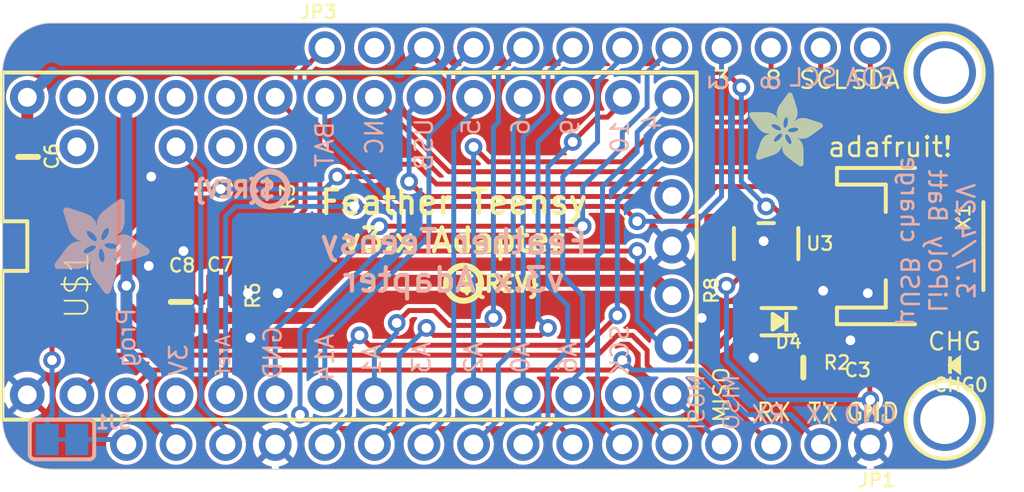
<source format=kicad_pcb>
(kicad_pcb (version 20221018) (generator pcbnew)
  (layers (0 "F.Cu" signal) (31 "B.Cu" signal) (34 "B.Paste" user) (35 "F.Paste" user) (36 "B.SilkS" user "B.Silkscreen") (37 "F.SilkS" user "F.Silkscreen") (38 "B.Mask" user) (39 "F.Mask" user) (44 "Edge.Cuts" user))
  (net 0 "")
  (net 1 "GND")
  (net 2 "MOSI")
  (net 3 "MISO")
  (net 4 "SCK")
  (net 5 "A6")
  (net 6 "A3")
  (net 7 "A2")
  (net 8 "A1")
  (net 9 "5")
  (net 10 "10")
  (net 11 "6")
  (net 12 "TX")
  (net 13 "RX")
  (net 14 "+3V3")
  (net 15 "VBUS")
  (net 16 "VBAT")
  (net 17 "AREF")
  (net 18 "A0")
  (net 19 "9")
  (net 20 "SCL")
  (net 21 "N$1")
  (net 22 "N$3")
  (net 23 "N$4")
  (net 24 "AGND")
  (net 25 "7")
  (net 26 "8")
  (net 27 "SDA")
  (net 28 "A14")
  (net 29 "2")
  (net 30 "3")
  (net 31 "4")
  (net 32 "A7")
  (net 33 "VUSB")
  (net 34 "RST/BOOT")
  (net 35 "BOOT")
  (footprint "working:FIDUCIAL_1MM" (layer "F.Cu") (at 125.1966 94.9706 -90)
    (fp_text reference "U$34" hide)
    (fp_text value "FIDUCIAL\"\"" hide)
  )
  (footprint "working:TEENSY3-ALL_PINS" (layer "F.Cu") (at 140.8811 105.0036 90)
    (fp_text reference "U$1")
    (fp_text value "TEENSY_3.1_ALL_PINS")
  )
  (footprint "working:ADAFRUIT_3.5MM" (layer "F.Cu") (at 161.3281 100.9396)
    (fp_text reference "U$7" hide)
    (fp_text value "" hide)
  )
  (footprint "working:0805-NO" (layer "F.Cu") (at 132.2301 107.8646 90)
    (fp_text reference "C8")
    (fp_text value "10µF")
  )
  (footprint "working:FIDUCIAL_1MM" (layer "F.Cu") (at 171.9163 106.1396 -90)
    (fp_text reference "U$35" hide)
    (fp_text value "FIDUCIAL\"\"" hide)
  )
  (footprint "working:0603-NO" (layer "F.Cu") (at 168.3766 111.0996 180)
    (fp_text reference "R2")
    (fp_text value "1K")
  )
  (footprint "working:0603-NO" (layer "F.Cu") (at 159.5501 104.7496 -90)
    (fp_text reference "R8")
    (fp_text value "2.2K")
  )
  (footprint "working:0805-NO" (layer "F.Cu") (at 124.4111 100.4366 -90)
    (fp_text reference "C6")
    (fp_text value "10µF")
  )
  (footprint "working:JSTPH2" (layer "F.Cu") (at 170.3451 105.0036 -90)
    (fp_text reference "X1")
    (fp_text value "JSTPH")
  )
  (footprint "working:SOT23-5" (layer "F.Cu") (at 162.2171 104.8766)
    (fp_text reference "U3")
    (fp_text value "MCP73831T-2ACI/OT")
  )
  (footprint "working:CHIPLED_0805_NOOUTLINE" (layer "F.Cu") (at 171.8691 111.0996 90)
    (fp_text reference "CHG0")
    (fp_text value "ORANGE")
  )
  (footprint "working:1X12_ROUND" (layer "F.Cu") (at 153.5811 94.8436)
    (fp_text reference "JP3")
    (fp_text value "")
  )
  (footprint "working:PCBFEAT-REV-040" (layer "F.Cu") (at 146.7231 106.9086)
    (fp_text reference "U$5" hide)
    (fp_text value "" hide)
  )
  (footprint "working:0603-NO" (layer "F.Cu") (at 134.0401 107.8736 90)
    (fp_text reference "C7")
    (fp_text value "1uF")
  )
  (footprint "working:MOUNTINGHOLE_2.5_PLATED" (layer "F.Cu") (at 171.3611 113.8936 -90)
    (fp_text reference "U$32" hide)
    (fp_text value "MOUNTINGHOLE2.5" hide)
  )
  (footprint "working:0603-NO" (layer "F.Cu") (at 136.0551 105.0036 -90)
    (fp_text reference "R6")
    (fp_text value "100K")
  )
  (footprint "working:0805-NO" (layer "F.Cu") (at 164.1221 111.2266)
    (fp_text reference "C3")
    (fp_text value "10µF")
  )
  (footprint "working:0603-NO" (layer "F.Cu") (at 137.5791 105.0036 90)
    (fp_text reference "R3")
    (fp_text value "100k")
  )
  (footprint "working:1X16_ROUND" (layer "F.Cu") (at 148.5011 115.1636 180)
    (fp_text reference "JP1")
    (fp_text value "")
  )
  (footprint "working:MOUNTINGHOLE_2.5_PLATED" (layer "F.Cu") (at 171.3611 96.1136 -90)
    (fp_text reference "U$31" hide)
    (fp_text value "MOUNTINGHOLE2.5" hide)
  )
  (footprint "working:SOD-123" (layer "F.Cu") (at 162.8521 108.8771 180)
    (fp_text reference "D4")
    (fp_text value "MBR120")
  )
  (footprint "working:PCBFEAT-REV-040" (layer "B.Cu") (at 136.8171 102.0826 180)
    (fp_text reference "U$6" hide)
    (fp_text value "" hide)
  )
  (footprint "working:ADAFRUIT_5MM" (layer "B.Cu") (at 125.7681 102.5906)
    (fp_text reference "U$4" hide)
    (fp_text value "" hide)
  )
  (footprint "working:SOLDERJUMPER_CLOSEDWIRE" (layer "B.Cu") (at 126.1491 114.9096 180)
    (fp_text reference "SJ1")
    (fp_text value "")
  )
  (gr_line (start 173.9011 113.8936) (end 173.9011 96.1136) (stroke (width 0.05)) (layer "Edge.Cuts"))
  (gr_arc (start 173.9011 113.8936) (mid 173.157151 115.689651) (end 171.3611 116.4336) (stroke (width 0.05)) (layer "Edge.Cuts"))
  (gr_line (start 171.3611 93.5736) (end 125.6411 93.5736) (stroke (width 0.05)) (layer "Edge.Cuts"))
  (gr_line (start 125.6411 116.4336) (end 171.3611 116.4336) (stroke (width 0.05)) (layer "Edge.Cuts"))
  (gr_arc (start 123.1011 96.1136) (mid 123.845049 94.317549) (end 125.6411 93.5736) (stroke (width 0.05)) (layer "Edge.Cuts"))
  (gr_line (start 123.1011 96.1136) (end 123.1011 113.8936) (stroke (width 0.05)) (layer "Edge.Cuts"))
  (gr_arc (start 125.6411 116.4336) (mid 123.845049 115.689651) (end 123.1011 113.8936) (stroke (width 0.05)) (layer "Edge.Cuts"))
  (gr_arc (start 171.3611 93.5736) (mid 173.157151 94.317549) (end 173.9011 96.1136) (stroke (width 0.05)) (layer "Edge.Cuts"))
  (gr_text "GND" (at 167.5511 113.6396) (layer "B.SilkS") (effects (font (size 0.89408 0.89408) (thickness 0.12192)) (justify mirror)))
  (gr_text "A3" (at 144.5641 110.7186 -270) (layer "B.SilkS") (effects (font (size 0.89408 0.89408) (thickness 0.12192)) (justify mirror)))
  (gr_text "A6" (at 152.0571 110.7186 -270) (layer "B.SilkS") (effects (font (size 0.89408 0.89408) (thickness 0.12192)) (justify mirror)))
  (gr_text "9" (at 152.1841 98.9076 -270) (layer "B.SilkS") (effects (font (size 0.89408 0.89408) (thickness 0.12192)) (justify mirror)))
  (gr_text "BAT" (at 139.6111 99.7966 -270) (layer "B.SilkS") (effects (font (size 0.89408 0.89408) (thickness 0.12192)) (justify mirror)))
  (gr_text "A14" (at 139.6111 110.7186 -270) (layer "B.SilkS") (effects (font (size 0.89408 0.89408) (thickness 0.12192)) (justify mirror)))
  (gr_text "RX" (at 162.3441 113.6396) (layer "B.SilkS") (effects (font (size 0.89408 0.89408) (thickness 0.12192)) (justify mirror)))
  (gr_text "USB" (at 144.6911 99.7966 -270) (layer "B.SilkS") (effects (font (size 0.89408 0.89408) (thickness 0.12192)) (justify mirror)))
  (gr_text "3" (at 159.8041 96.6216 -270) (layer "B.SilkS") (effects (font (size 0.89408 0.89408) (thickness 0.12192)) (justify mirror)))
  (gr_text "10" (at 154.7241 99.4156 -270) (layer "B.SilkS") (effects (font (size 0.89408 0.89408) (thickness 0.12192)) (justify mirror)))
  (gr_text "Aref" (at 134.4041 110.5916 -270) (layer "B.SilkS") (effects (font (size 0.715264 0.715264) (thickness 0.097536)) (justify mirror)))
  (gr_text "SDA" (at 167.5511 96.3676) (layer "B.SilkS") (effects (font (size 0.89408 0.89408) (thickness 0.12192)) (justify mirror)))
  (gr_text "SCK" (at 154.7241 110.3376 -270) (layer "B.SilkS") (effects (font (size 0.89408 0.89408) (thickness 0.12192)) (justify mirror)))
  (gr_text "A0" (at 149.6441 110.7186 -270) (layer "B.SilkS") (effects (font (size 0.89408 0.89408) (thickness 0.12192)) (justify mirror)))
  (gr_text "Prog" (at 129.4511 109.7026 -270) (layer "B.SilkS") (effects (font (size 0.89408 0.89408) (thickness 0.12192)) (justify mirror)))
  (gr_text "SCL" (at 164.6301 96.3676) (layer "B.SilkS") (effects (font (size 0.89408 0.89408) (thickness 0.12192)) (justify mirror)))
  (gr_text "Feather Teensy\nv3.x Adapter" (at 146.2151 105.7656) (layer "B.SilkS") (effects (font (size 1.20904 1.20904) (thickness 0.21336)) (justify mirror)))
  (gr_text "4" (at 156.3751 98.6536 -270) (layer "B.SilkS") (effects (font (size 0.89408 0.89408) (thickness 0.12192)) (justify mirror)))
  (gr_text "NC" (at 142.1511 99.4156 -270) (layer "B.SilkS") (effects (font (size 0.89408 0.89408) (thickness 0.12192)) (justify mirror)))
  (gr_text "3.7/4.2V\nLiPoly Batt\nµUSB charge" (at 170.9801 104.7496 -90) (layer "B.SilkS") (effects (font (size 0.88392 0.88392) (thickness 0.13208)) (justify mirror)))
  (gr_text "TX" (at 165.0111 113.6396) (layer "B.SilkS") (effects (font (size 0.89408 0.89408) (thickness 0.12192)) (justify mirror)))
  (gr_text "8" (at 162.4711 96.6216 -270) (layer "B.SilkS") (effects (font (size 0.89408 0.89408) (thickness 0.12192)) (justify mirror)))
  (gr_text "5" (at 147.1041 98.9076 -270) (layer "B.SilkS") (effects (font (size 0.89408 0.89408) (thickness 0.12192)) (justify mirror)))
  (gr_text "A1" (at 142.0241 110.8456 -270) (layer "B.SilkS") (effects (font (size 0.89408 0.89408) (thickness 0.12192)) (justify mirror)))
  (gr_text "MOSI" (at 158.6611 113.0046 -270) (layer "B.SilkS") (effects (font (size 0.78232 0.78232) (thickness 0.10668)) (justify mirror)))
  (gr_text "GND" (at 136.9441 110.4646 -270) (layer "B.SilkS") (effects (font (size 0.89408 0.89408) (thickness 0.12192)) (justify mirror)))
  (gr_text "MISO" (at 160.4391 113.0046 -270) (layer "B.SilkS") (effects (font (size 0.78232 0.78232) (thickness 0.10668)) (justify mirror)))
  (gr_text "3V" (at 132.1181 110.8456 -270) (layer "B.SilkS") (effects (font (size 0.89408 0.89408) (thickness 0.12192)) (justify mirror)))
  (gr_text "6" (at 149.6441 98.9076 -270) (layer "B.SilkS") (effects (font (size 0.89408 0.89408) (thickness 0.12192)) (justify mirror)))
  (gr_text "A2" (at 147.2311 110.7186 -270) (layer "B.SilkS") (effects (font (size 0.89408 0.89408) (thickness 0.12192)) (justify mirror)))
  (gr_text "RX" (at 162.5981 113.5126) (layer "F.SilkS") (effects (font (size 0.89408 0.89408) (thickness 0.12192))))
  (gr_text "SDA" (at 167.8051 96.4946) (layer "F.SilkS") (effects (font (size 0.89408 0.89408) (thickness 0.12192))))
  (gr_text "CHG" (at 171.8691 109.8931) (layer "F.SilkS") (effects (font (size 0.89408 0.89408) (thickness 0.12192))))
  (gr_text "8" (at 162.5981 96.4946) (layer "F.SilkS") (effects (font (size 0.89408 0.89408) (thickness 0.12192))))
  (gr_text "TX" (at 165.1381 113.5126) (layer "F.SilkS") (effects (font (size 0.89408 0.89408) (thickness 0.12192))))
  (gr_text "adafruit!" (at 168.5671 99.9236) (layer "F.SilkS") (effects (font (size 1.00584 1.00584) (thickness 0.13716))))
  (gr_text "MISO" (at 159.9311 112.6236 90) (layer "F.SilkS") (effects (font (size 0.78232 0.78232) (thickness 0.10668))))
  (gr_text "SCL" (at 165.1381 96.4946) (layer "F.SilkS") (effects (font (size 0.89408 0.89408) (thickness 0.12192))))
  (gr_text "GND" (at 167.6781 113.5126) (layer "F.SilkS") (effects (font (size 0.89408 0.89408) (thickness 0.12192))))
  (gr_text "3" (at 159.9311 96.4946) (layer "F.SilkS") (effects (font (size 0.89408 0.89408) (thickness 0.12192))))
  (gr_text "Feather Teensy\nv3.x Adapter" (at 146.2151 103.7336) (layer "F.SilkS") (effects (font (size 1.20904 1.20904) (thickness 0.21336))))
  (via (at 137.1981 107.4166) (size 0.9064) (drill 0.5) (layers "F.Cu" "B.Cu") (net 1))
  (via (at 161.5821 110.7186) (size 0.9064) (drill 0.5) (layers "F.Cu" "B.Cu") (net 1))
  (via (at 132.3721 105.2576) (size 0.9064) (drill 0.5) (layers "F.Cu" "B.Cu") (net 1))
  (via (at 130.5941 106.0196) (size 0.9064) (drill 0.5) (layers "F.Cu" "B.Cu") (net 1))
  (via (at 130.7211 101.4476) (size 0.9064) (drill 0.5) (layers "F.Cu" "B.Cu") (net 1))
  (via (at 135.8011 109.7026) (size 0.9064) (drill 0.5) (layers "F.Cu" "B.Cu") (net 1))
  (via (at 135.6741 107.4166) (size 0.9064) (drill 0.5) (layers "F.Cu" "B.Cu") (net 1))
  (via (at 166.5351 109.8296) (size 0.9064) (drill 0.5) (layers "F.Cu" "B.Cu") (net 1))
  (via (at 167.4241 107.4166) (size 0.9064) (drill 0.5) (layers "F.Cu" "B.Cu") (net 1))
  (via (at 162.0901 104.7496) (size 0.9064) (drill 0.5) (layers "F.Cu" "B.Cu") (net 1))
  (via (at 158.9151 108.6866) (size 0.9064) (drill 0.5) (layers "F.Cu" "B.Cu") (net 1))
  (via (at 165.1381 107.2896) (size 0.9064) (drill 0.5) (layers "F.Cu" "B.Cu") (net 1))
  (segment (start 154.8511 112.6236) (end 157.3911 115.1636) (width 0.254) (layer "B.Cu") (net 2))
  (segment (start 157.3911 112.6236) (end 159.9311 115.1636) (width 0.254) (layer "B.Cu") (net 3))
  (segment (start 153.8351 105.2576) (end 153.8351 101.9556) (width 0.254) (layer "B.Cu") (net 4))
  (segment (start 153.5811 113.8936) (end 153.5811 105.5116) (width 0.254) (layer "B.Cu") (net 4))
  (segment (start 155.6131 99.1616) (end 157.3911 97.3836) (width 0.254) (layer "B.Cu") (net 4))
  (segment (start 153.5811 105.5116) (end 153.8351 105.2576) (width 0.254) (layer "B.Cu") (net 4))
  (segment (start 153.8351 101.9556) (end 155.6131 100.1776) (width 0.254) (layer "B.Cu") (net 4))
  (segment (start 155.6131 100.1776) (end 155.6131 99.1616) (width 0.254) (layer "B.Cu") (net 4))
  (segment (start 154.8511 115.1636) (end 153.5811 113.8936) (width 0.254) (layer "B.Cu") (net 4))
  (segment (start 152.3111 114.9096) (end 151.2951 113.8936) (width 0.254) (layer "F.Cu") (net 5))
  (segment (start 152.3111 115.1636) (end 152.3111 114.9096) (width 0.254) (layer "F.Cu") (net 5))
  (segment (start 151.2951 113.8936) (end 138.5951 113.8936) (width 0.254) (layer "F.Cu") (net 5))
  (segment (start 138.5951 113.8936) (end 138.3411 113.6396) (width 0.254) (layer "F.Cu") (net 5))
  (via (at 138.3411 113.6396) (size 0.9064) (drill 0.5) (layers "F.Cu" "B.Cu") (net 5))
  (segment (start 139.6111 99.4156) (end 139.6111 97.3836) (width 0.254) (layer "B.Cu") (net 5))
  (segment (start 143.4211 103.2256) (end 139.6111 99.4156) (width 0.254) (layer "B.Cu") (net 5))
  (segment (start 138.3411 113.6396) (end 138.3411 109.3216) (width 0.254) (layer "B.Cu") (net 5))
  (segment (start 138.3411 109.3216) (end 143.4211 104.2416) (width 0.254) (layer "B.Cu") (net 5))
  (segment (start 143.4211 104.2416) (end 143.4211 103.2256) (width 0.254) (layer "B.Cu") (net 5))
  (segment (start 146.2151 111.3536) (end 145.9611 111.6076) (width 0.254) (layer "B.Cu") (net 6))
  (segment (start 145.9611 113.6396) (end 144.6911 114.9096) (width 0.254) (layer "B.Cu") (net 6))
  (segment (start 145.9611 111.6076) (end 145.9611 113.6396) (width 0.254) (layer "B.Cu") (net 6))
  (segment (start 144.6911 114.9096) (end 144.6911 115.1636) (width 0.254) (layer "B.Cu") (net 6))
  (segment (start 146.2151 99.1616) (end 146.2151 111.3536) (width 0.254) (layer "B.Cu") (net 6))
  (segment (start 147.2311 98.1456) (end 146.2151 99.1616) (width 0.254) (layer "B.Cu") (net 6))
  (segment (start 147.2311 97.3836) (end 147.2311 98.1456) (width 0.254) (layer "B.Cu") (net 6))
  (segment (start 149.2631 98.9076) (end 149.2631 110.3376) (width 0.254) (layer "B.Cu") (net 7))
  (segment (start 149.7711 98.3996) (end 149.2631 98.9076) (width 0.254) (layer "B.Cu") (net 7))
  (segment (start 149.7711 97.3836) (end 149.7711 98.3996) (width 0.254) (layer "B.Cu") (net 7))
  (segment (start 148.5011 113.8936) (end 147.2311 115.1636) (width 0.254) (layer "B.Cu") (net 7))
  (segment (start 148.5011 111.0996) (end 148.5011 113.8936) (width 0.254) (layer "B.Cu") (net 7))
  (segment (start 149.2631 110.3376) (end 148.5011 111.0996) (width 0.254) (layer "B.Cu") (net 7))
  (segment (start 151.0411 109.1946) (end 150.6601 109.5756) (width 0.254) (layer "F.Cu") (net 8))
  (segment (start 150.6601 109.5756) (end 145.1991 109.5756) (width 0.254) (layer "F.Cu") (net 8))
  (segment (start 145.1991 109.5756) (end 144.8181 109.1946) (width 0.254) (layer "F.Cu") (net 8))
  (via (at 144.8181 109.1946) (size 0.9064) (drill 0.5) (layers "F.Cu" "B.Cu") (net 8))
  (via (at 151.0411 109.1946) (size 0.9064) (drill 0.5) (layers "F.Cu" "B.Cu") (net 8))
  (segment (start 150.5331 108.6866) (end 151.0411 109.1946) (width 0.254) (layer "B.Cu") (net 8))
  (segment (start 152.3111 97.3836) (end 152.3111 97.8916) (width 0.254) (layer "B.Cu") (net 8))
  (segment (start 152.3111 97.8916) (end 150.5331 99.6696) (width 0.254) (layer "B.Cu") (net 8))
  (segment (start 144.8181 109.1946) (end 143.4211 110.5916) (width 0.254) (layer "B.Cu") (net 8))
  (segment (start 150.5331 99.6696) (end 150.5331 108.6866) (width 0.254) (layer "B.Cu") (net 8))
  (segment (start 143.4211 113.8936) (end 142.1511 115.1636) (width 0.254) (layer "B.Cu") (net 8))
  (segment (start 143.4211 110.5916) (end 143.4211 113.8936) (width 0.254) (layer "B.Cu") (net 8))
  (segment (start 145.9611 96.1136) (end 145.9611 98.2726) (width 0.254) (layer "B.Cu") (net 9))
  (segment (start 144.9451 99.2886) (end 144.9451 104.4956) (width 0.254) (layer "B.Cu") (net 9))
  (segment (start 139.6111 109.8296) (end 139.6111 112.6236) (width 0.254) (layer "B.Cu") (net 9))
  (segment (start 144.9451 104.4956) (end 139.6111 109.8296) (width 0.254) (layer "B.Cu") (net 9))
  (segment (start 147.2311 94.8436) (end 145.9611 96.1136) (width 0.254) (layer "B.Cu") (net 9))
  (segment (start 145.9611 98.2726) (end 144.9451 99.2886) (width 0.254) (layer "B.Cu") (net 9))
  (segment (start 153.5811 96.6216) (end 154.8511 95.3516) (width 0.254) (layer "B.Cu") (net 10))
  (segment (start 154.8511 95.3516) (end 154.8511 94.8436) (width 0.254) (layer "B.Cu") (net 10))
  (segment (start 151.8031 101.4476) (end 153.5811 99.6696) (width 0.254) (layer "B.Cu") (net 10))
  (segment (start 152.3111 111.8616) (end 152.8191 111.3536) (width 0.254) (layer "B.Cu") (net 10))
  (segment (start 152.8191 107.5436) (end 151.8031 106.5276) (width 0.254) (layer "B.Cu") (net 10))
  (segment (start 153.5811 99.6696) (end 153.5811 96.6216) (width 0.254) (layer "B.Cu") (net 10))
  (segment (start 151.8031 106.5276) (end 151.8031 101.4476) (width 0.254) (layer "B.Cu") (net 10))
  (segment (start 152.3111 112.6236) (end 152.3111 111.8616) (width 0.254) (layer "B.Cu") (net 10))
  (segment (start 152.8191 111.3536) (end 152.8191 107.5436) (width 0.254) (layer "B.Cu") (net 10))
  (segment (start 148.2471 108.8136) (end 148.2471 108.6866) (width 0.254) (layer "F.Cu") (net 11))
  (segment (start 143.2941 108.9406) (end 143.9291 108.3056) (width 0.254) (layer "F.Cu") (net 11))
  (segment (start 143.9291 108.3056) (end 145.1991 108.3056) (width 0.254) (layer "F.Cu") (net 11))
  (segment (start 147.9931 109.0676) (end 148.2471 108.8136) (width 0.254) (layer "F.Cu") (net 11))
  (segment (start 145.1991 108.3056) (end 145.9611 109.0676) (width 0.254) (layer "F.Cu") (net 11))
  (segment (start 145.9611 109.0676) (end 147.9931 109.0676) (width 0.254) (layer "F.Cu") (net 11))
  (via (at 148.2471 108.6866) (size 0.9064) (drill 0.5) (layers "F.Cu" "B.Cu") (net 11))
  (via (at 143.2941 108.9406) (size 0.9064) (drill 0.5) (layers "F.Cu" "B.Cu") (net 11))
  (segment (start 142.1511 112.6236) (end 142.1511 110.5916) (width 0.254) (layer "B.Cu") (net 11))
  (segment (start 143.2941 109.4486) (end 143.2941 108.9406) (width 0.254) (layer "B.Cu") (net 11))
  (segment (start 142.1511 110.5916) (end 143.2941 109.4486) (width 0.254) (layer "B.Cu") (net 11))
  (segment (start 148.5011 98.6536) (end 148.5011 96.1136) (width 0.254) (layer "B.Cu") (net 11))
  (segment (start 148.2471 98.9076) (end 148.5011 98.6536) (width 0.254) (layer "B.Cu") (net 11))
  (segment (start 148.2471 108.6866) (end 148.2471 98.9076) (width 0.254) (layer "B.Cu") (net 11))
  (segment (start 148.5011 96.1136) (end 149.7711 94.8436) (width 0.254) (layer "B.Cu") (net 11))
  (segment (start 130.7211 111.3536) (end 154.3431 111.3536) (width 0.254) (layer "F.Cu") (net 12))
  (segment (start 154.3431 111.3536) (end 154.8511 110.8456) (width 0.254) (layer "F.Cu") (net 12))
  (segment (start 129.4511 112.6236) (end 130.7211 111.3536) (width 0.254) (layer "F.Cu") (net 12))
  (via (at 154.8511 110.8456) (size 0.9064) (drill 0.5) (layers "F.Cu" "B.Cu") (net 12))
  (segment (start 163.4871 113.6396) (end 165.0111 115.1636) (width 0.254) (layer "B.Cu") (net 12))
  (segment (start 155.3591 111.3536) (end 158.9151 111.3536) (width 0.254) (layer "B.Cu") (net 12))
  (segment (start 161.2011 113.6396) (end 163.4871 113.6396) (width 0.254) (layer "B.Cu") (net 12))
  (segment (start 158.9151 111.3536) (end 161.2011 113.6396) (width 0.254) (layer "B.Cu") (net 12))
  (segment (start 154.8511 110.8456) (end 155.3591 111.3536) (width 0.254) (layer "B.Cu") (net 12))
  (segment (start 156.1211 110.3376) (end 155.3591 109.5756) (width 0.254) (layer "F.Cu") (net 13))
  (segment (start 158.6611 111.3536) (end 162.4711 115.1636) (width 0.254) (layer "F.Cu") (net 13))
  (segment (start 158.6611 111.3536) (end 156.3751 111.3536) (width 0.254) (layer "F.Cu") (net 13))
  (segment (start 153.5811 110.5916) (end 128.9431 110.5916) (width 0.254) (layer "F.Cu") (net 13))
  (segment (start 156.3751 111.3536) (end 156.1211 111.0996) (width 0.254) (layer "F.Cu") (net 13))
  (segment (start 154.5971 109.5756) (end 153.5811 110.5916) (width 0.254) (layer "F.Cu") (net 13))
  (segment (start 126.9111 112.6236) (end 128.9431 110.5916) (width 0.254) (layer "F.Cu") (net 13))
  (segment (start 156.1211 111.0996) (end 156.1211 110.3376) (width 0.254) (layer "F.Cu") (net 13))
  (segment (start 155.3591 109.5756) (end 154.5971 109.5756) (width 0.254) (layer "F.Cu") (net 13))
  (segment (start 132.2301 108.7236) (end 132.2301 108.8146) (width 0.6096) (layer "F.Cu") (net 14))
  (segment (start 132.2301 108.6866) (end 132.2301 108.8146) (width 0.6096) (layer "F.Cu") (net 14))
  (segment (start 141.1351 106.7816) (end 139.2301 108.6866) (width 0.6096) (layer "F.Cu") (net 14))
  (segment (start 129.4511 108.0516) (end 129.4511 107.0356) (width 0.6096) (layer "F.Cu") (net 14))
  (segment (start 134.0401 108.6866) (end 134.0401 108.7236) (width 0.6096) (layer "F.Cu") (net 14))
  (segment (start 129.3391 97.4956) (end 129.4511 97.3836) (width 0.6096) (layer "F.Cu") (net 14))
  (segment (start 130.0861 108.6866) (end 129.4511 108.0516) (width 0.6096) (layer "F.Cu") (net 14))
  (segment (start 139.2301 108.6866) (end 134.0401 108.6866) (width 0.6096) (layer "F.Cu") (net 14))
  (segment (start 157.3911 107.5436) (end 156.6291 106.7816) (width 0.6096) (layer "F.Cu") (net 14))
  (segment (start 132.2301 108.7236) (end 134.0401 108.7236) (width 0.6096) (layer "F.Cu") (net 14))
  (segment (start 132.2301 108.6866) (end 130.0861 108.6866) (width 0.6096) (layer "F.Cu") (net 14))
  (segment (start 156.6291 106.7816) (end 141.1351 106.7816) (width 0.6096) (layer "F.Cu") (net 14))
  (via (at 129.4511 107.0356) (size 0.9064) (drill 0.5) (layers "F.Cu" "B.Cu") (net 14))
  (segment (start 129.4511 97.3836) (end 129.4511 107.0356) (width 0.6096) (layer "B.Cu") (net 14))
  (segment (start 130.7211 111.6076) (end 130.7211 113.6396) (width 0.254) (layer "B.Cu") (net 14))
  (segment (start 130.7211 113.6396) (end 131.9911 114.9096) (width 0.6096) (layer "B.Cu") (net 14))
  (segment (start 129.4511 110.3376) (end 130.7211 111.6076) (width 0.6096) (layer "B.Cu") (net 14))
  (segment (start 129.4511 107.0356) (end 129.4511 110.3376) (width 0.6096) (layer "B.Cu") (net 14))
  (segment (start 131.9911 114.9096) (end 131.9911 115.1636) (width 0.6096) (layer "B.Cu") (net 14))
  (segment (start 144.6911 94.8436) (end 145.9611 96.1136) (width 0.254) (layer "F.Cu") (net 15))
  (segment (start 169.0751 102.7176) (end 164.026 102.7176) (width 0.254) (layer "F.Cu") (net 15))
  (segment (start 145.9611 96.1136) (end 160.1851 96.1136) (width 0.254) (layer "F.Cu") (net 15))
  (segment (start 172.9191 110.1176) (end 172.6311 109.8296) (width 0.254) (layer "F.Cu") (net 15))
  (segment (start 124.3711 97.3836) (end 124.3711 99.4466) (width 0.6096) (layer "F.Cu") (net 15))
  (segment (start 170.0911 106.5276) (end 170.0911 103.7336) (width 0.254) (layer "F.Cu") (net 15))
  (segment (start 162.5622 102.9716) (end 163.1671 103.5765) (width 0.254) (layer "F.Cu") (net 15))
  (segment (start 168.8211 109.8296) (end 168.8211 108.8136) (width 0.254) (layer "F.Cu") (net 15))
  (segment (start 164.026 102.7176) (end 163.1671 103.5765) (width 0.254) (layer "F.Cu") (net 15))
  (segment (start 172.6311 109.8296) (end 168.8211 109.8296) (width 0.254) (layer "F.Cu") (net 15))
  (segment (start 170.0911 103.7336) (end 169.0751 102.7176) (width 0.254) (layer "F.Cu") (net 15))
  (segment (start 164.7021 108.8771) (end 164.7656 108.8136) (width 0.254) (layer "F.Cu") (net 15))
  (segment (start 172.9191 111.0996) (end 172.9191 110.1176) (width 0.254) (layer "F.Cu") (net 15))
  (segment (start 168.8211 108.8136) (end 168.8211 107.7976) (width 0.254) (layer "F.Cu") (net 15))
  (segment (start 164.7656 108.8136) (end 168.8211 108.8136) (width 0.254) (layer "F.Cu") (net 15))
  (segment (start 162.2171 102.9716) (end 162.5622 102.9716) (width 0.254) (layer "F.Cu") (net 15))
  (segment (start 124.3711 99.4466) (end 124.4111 99.4866) (width 0.254) (layer "F.Cu") (net 15))
  (segment (start 168.8211 107.7976) (end 170.0911 106.5276) (width 0.254) (layer "F.Cu") (net 15))
  (segment (start 160.1851 96.1136) (end 160.9471 96.8756) (width 0.254) (layer "F.Cu") (net 15))
  (via (at 162.2171 102.9716) (size 0.9064) (drill 0.5) (layers "F.Cu" "B.Cu") (net 15))
  (via (at 160.9471 96.8756) (size 0.9064) (drill 0.5) (layers "F.Cu" "B.Cu") (net 15))
  (segment (start 143.4211 96.1136) (end 144.6911 94.8436) (width 0.6096) (layer "B.Cu") (net 15))
  (segment (start 160.9471 101.7016) (end 162.2171 102.9716) (width 0.254) (layer "B.Cu") (net 15))
  (segment (start 160.9471 96.8756) (end 160.9471 101.7016) (width 0.254) (layer "B.Cu") (net 15))
  (segment (start 124.3711 97.3836) (end 125.6411 96.1136) (width 0.6096) (layer "B.Cu") (net 15))
  (segment (start 125.6411 96.1136) (end 143.4211 96.1136) (width 0.3048) (layer "B.Cu") (net 15))
  (segment (start 138.3411 97.8916) (end 138.3411 96.1136) (width 0.254) (layer "F.Cu") (net 16))
  (segment (start 138.3411 96.1136) (end 139.6111 94.8436) (width 0.254) (layer "F.Cu") (net 16))
  (segment (start 137.5791 105.8536) (end 138.2531 105.8536) (width 0.254) (layer "F.Cu") (net 16))
  (segment (start 163.3402 106.0036) (end 163.1671 106.1767) (width 0.254) (layer "F.Cu") (net 16))
  (segment (start 166.6451 106.0036) (end 163.3402 106.0036) (width 0.254) (layer "F.Cu") (net 16))
  (segment (start 139.3571 104.7496) (end 139.3571 98.9076) (width 0.254) (layer "F.Cu") (net 16))
  (segment (start 157.3911 110.0836) (end 159.7956 110.0836) (width 0.4064) (layer "F.Cu") (net 16))
  (segment (start 161.0021 108.8771) (end 163.1721 108.8771) (width 0.4064) (layer "F.Cu") (net 16))
  (segment (start 163.1721 108.8771) (end 163.1721 111.2266) (width 0.4064) (layer "F.Cu") (net 16))
  (segment (start 163.1721 108.8771) (end 163.1721 106.1767) (width 0.4064) (layer "F.Cu") (net 16))
  (segment (start 163.1671 106.1767) (end 163.1721 106.1767) (width 0.4064) (layer "F.Cu") (net 16))
  (segment (start 138.2531 105.8536) (end 139.3571 104.7496) (width 0.254) (layer "F.Cu") (net 16))
  (segment (start 139.8651 105.2576) (end 155.6131 105.2576) (width 0.254) (layer "F.Cu") (net 16))
  (segment (start 139.3571 98.9076) (end 138.3411 97.8916) (width 0.254) (layer "F.Cu") (net 16))
  (segment (start 159.7956 110.0836) (end 161.0021 108.8771) (width 0.4064) (layer "F.Cu") (net 16))
  (segment (start 139.3571 104.7496) (end 139.8651 105.2576) (width 0.254) (layer "F.Cu") (net 16))
  (via (at 155.6131 105.2576) (size 0.9064) (drill 0.5) (layers "F.Cu" "B.Cu") (net 16))
  (segment (start 155.6131 108.8136) (end 156.8831 110.0836) (width 0.254) (layer "B.Cu") (net 16))
  (segment (start 155.6131 105.2576) (end 155.6131 108.8136) (width 0.254) (layer "B.Cu") (net 16))
  (segment (start 156.8831 110.0836) (end 157.3911 110.0836) (width 0.254) (layer "B.Cu") (net 16))
  (segment (start 133.2611 101.1936) (end 133.2611 113.1316) (width 0.254) (layer "B.Cu") (net 17))
  (segment (start 131.9911 99.9236) (end 133.2611 101.1936) (width 0.254) (layer "B.Cu") (net 17))
  (segment (start 133.2611 113.1316) (end 134.5311 114.4016) (width 0.254) (layer "B.Cu") (net 17))
  (segment (start 134.5311 114.4016) (end 134.5311 115.1636) (width 0.254) (layer "B.Cu") (net 17))
  (segment (start 153.5811 98.3996) (end 154.0891 98.3996) (width 0.254) (layer "F.Cu") (net 18))
  (segment (start 154.0891 98.3996) (end 154.8511 97.6376) (width 0.254) (layer "F.Cu") (net 18))
  (segment (start 154.8511 97.6376) (end 154.8511 97.3836) (width 0.254) (layer "F.Cu") (net 18))
  (segment (start 152.3111 99.6696) (end 153.5811 98.3996) (width 0.254) (layer "F.Cu") (net 18))
  (via (at 152.3111 99.6696) (size 0.9064) (drill 0.5) (layers "F.Cu" "B.Cu") (net 18))
  (segment (start 151.0411 111.3536) (end 152.0571 110.3376) (width 0.254) (layer "B.Cu") (net 18))
  (segment (start 151.0411 100.9396) (end 152.3111 99.6696) (width 0.254) (layer "B.Cu") (net 18))
  (segment (start 149.7711 115.1636) (end 151.0411 113.8936) (width 0.254) (layer "B.Cu") (net 18))
  (segment (start 152.0571 110.3376) (end 152.0571 108.0516) (width 0.254) (layer "B.Cu") (net 18))
  (segment (start 151.0411 113.8936) (end 151.0411 111.3536) (width 0.254) (layer "B.Cu") (net 18))
  (segment (start 151.0411 107.0356) (end 151.0411 100.9396) (width 0.254) (layer "B.Cu") (net 18))
  (segment (start 152.0571 108.0516) (end 151.0411 107.0356) (width 0.254) (layer "B.Cu") (net 18))
  (segment (start 151.0411 96.1136) (end 152.3111 94.8436) (width 0.254) (layer "B.Cu") (net 19))
  (segment (start 151.0411 98.1456) (end 151.0411 96.1136) (width 0.254) (layer "B.Cu") (net 19))
  (segment (start 149.7711 99.4156) (end 151.0411 98.1456) (width 0.254) (layer "B.Cu") (net 19))
  (segment (start 149.7711 112.6236) (end 149.7711 99.4156) (width 0.254) (layer "B.Cu") (net 19))
  (segment (start 165.0111 100.4316) (end 165.0111 94.8436) (width 0.254) (layer "F.Cu") (net 20))
  (segment (start 145.9611 101.1936) (end 164.2491 101.1936) (width 0.254) (layer "F.Cu") (net 20))
  (segment (start 164.2491 101.1936) (end 165.0111 100.4316) (width 0.254) (layer "F.Cu") (net 20))
  (segment (start 142.1511 97.3836) (end 145.9611 101.1936) (width 0.254) (layer "F.Cu") (net 20))
  (segment (start 169.2266 111.0996) (end 170.8191 111.0996) (width 0.254) (layer "F.Cu") (net 21))
  (segment (start 167.5266 112.8531) (end 167.5266 111.0996) (width 0.254) (layer "F.Cu") (net 22))
  (segment (start 167.5511 112.8776) (end 167.5266 112.8531) (width 0.254) (layer "F.Cu") (net 22))
  (segment (start 161.2671 106.1767) (end 160.4082 107.0356) (width 0.254) (layer "F.Cu") (net 22))
  (segment (start 160.4082 107.0356) (end 160.1851 107.0356) (width 0.254) (layer "F.Cu") (net 22))
  (via (at 167.5511 112.8776) (size 0.9064) (drill 0.5) (layers "F.Cu" "B.Cu") (net 22))
  (via (at 160.1851 107.0356) (size 0.9064) (drill 0.5) (layers "F.Cu" "B.Cu") (net 22))
  (segment (start 162.2171 112.8776) (end 167.5511 112.8776) (width 0.254) (layer "B.Cu") (net 22))
  (segment (start 160.1851 110.8456) (end 162.2171 112.8776) (width 0.254) (layer "B.Cu") (net 22))
  (segment (start 160.1851 107.0356) (end 160.1851 110.8456) (width 0.254) (layer "B.Cu") (net 22))
  (segment (start 159.5501 103.8996) (end 160.944 103.8996) (width 0.254) (layer "F.Cu") (net 23))
  (segment (start 160.944 103.8996) (end 161.2671 103.5765) (width 0.254) (layer "F.Cu") (net 23))
  (segment (start 147.9931 100.6856) (end 154.8511 100.6856) (width 0.254) (layer "F.Cu") (net 26))
  (segment (start 156.8831 98.6536) (end 161.2011 98.6536) (width 0.254) (layer "F.Cu") (net 26))
  (segment (start 162.4711 95.0976) (end 162.4711 94.8436) (width 0.254) (layer "F.Cu") (net 26))
  (segment (start 154.8511 100.6856) (end 156.8831 98.6536) (width 0.254) (layer "F.Cu") (net 26))
  (segment (start 147.2311 99.9236) (end 147.9931 100.6856) (width 0.254) (layer "F.Cu") (net 26))
  (segment (start 161.2011 98.6536) (end 162.4711 97.3836) (width 0.254) (layer "F.Cu") (net 26))
  (segment (start 162.4711 97.3836) (end 162.4711 94.8436) (width 0.254) (layer "F.Cu") (net 26))
  (via (at 147.2311 99.9236) (size 0.9064) (drill 0.5) (layers "F.Cu" "B.Cu") (net 26))
  (segment (start 147.2311 112.6236) (end 147.2311 99.9236) (width 0.254) (layer "B.Cu") (net 26))
  (segment (start 167.5511 94.8436) (end 167.5511 99.1616) (width 0.254) (layer "F.Cu") (net 27))
  (segment (start 157.8991 103.7336) (end 159.6771 101.9556) (width 0.254) (layer "F.Cu") (net 27))
  (segment (start 144.6911 102.4636) (end 143.9291 101.7016) (width 0.254) (layer "F.Cu") (net 27))
  (segment (start 156.8831 103.7336) (end 157.8991 103.7336) (width 0.254) (layer "F.Cu") (net 27))
  (segment (start 144.6911 102.4636) (end 155.6131 102.4636) (width 0.254) (layer "F.Cu") (net 27))
  (segment (start 164.7571 101.9556) (end 167.5511 99.1616) (width 0.254) (layer "F.Cu") (net 27))
  (segment (start 155.6131 102.4636) (end 156.8831 103.7336) (width 0.254) (layer "F.Cu") (net 27))
  (segment (start 159.6771 101.9556) (end 164.7571 101.9556) (width 0.254) (layer "F.Cu") (net 27))
  (via (at 143.9291 101.7016) (size 0.9064) (drill 0.5) (layers "F.Cu" "B.Cu") (net 27))
  (segment (start 143.9291 101.7016) (end 143.9291 98.1456) (width 0.254) (layer "B.Cu") (net 27))
  (segment (start 143.9291 98.1456) (end 144.6911 97.3836) (width 0.254) (layer "B.Cu") (net 27))
  (segment (start 141.8971 110.0836) (end 141.3891 109.5756) (width 0.254) (layer "F.Cu") (net 28))
  (segment (start 153.0731 110.0836) (end 141.8971 110.0836) (width 0.254) (layer "F.Cu") (net 28))
  (segment (start 154.5971 108.5596) (end 153.0731 110.0836) (width 0.254) (layer "F.Cu") (net 28))
  (via (at 154.5971 108.5596) (size 0.9064) (drill 0.5) (layers "F.Cu" "B.Cu") (net 28))
  (via (at 141.3891 109.5756) (size 0.9064) (drill 0.5) (layers "F.Cu" "B.Cu") (net 28))
  (segment (start 139.6111 114.9096) (end 139.6111 115.1636) (width 0.254) (layer "B.Cu") (net 28))
  (segment (start 157.3911 99.9236) (end 154.5971 102.7176) (width 0.254) (layer "B.Cu") (net 28))
  (segment (start 154.5971 102.7176) (end 154.5971 108.5596) (width 0.254) (layer "B.Cu") (net 28))
  (segment (start 141.3891 109.5756) (end 140.8811 110.0836) (width 0.254) (layer "B.Cu") (net 28))
  (segment (start 140.8811 110.0836) (end 140.8811 113.6396) (width 0.254) (layer "B.Cu") (net 28))
  (segment (start 140.8811 113.6396) (end 139.6111 114.9096) (width 0.254) (layer "B.Cu") (net 28))
  (segment (start 154.8511 102.9716) (end 141.1351 102.9716) (width 0.254) (layer "F.Cu") (net 30))
  (segment (start 155.6131 103.7336) (end 154.8511 102.9716) (width 0.254) (layer "F.Cu") (net 30))
  (via (at 155.6131 103.7336) (size 0.9064) (drill 0.5) (layers "F.Cu" "B.Cu") (net 30))
  (via (at 141.1351 102.9716) (size 0.9064) (drill 0.5) (layers "F.Cu" "B.Cu") (net 30))
  (segment (start 134.5311 103.4796) (end 135.0391 102.9716) (width 0.254) (layer "B.Cu") (net 30))
  (segment (start 134.5311 112.6236) (end 134.5311 103.4796) (width 0.254) (layer "B.Cu") (net 30))
  (segment (start 159.9311 94.8436) (end 159.9311 102.4636) (width 0.254) (layer "B.Cu") (net 30))
  (segment (start 158.6611 103.7336) (end 155.6131 103.7336) (width 0.254) (layer "B.Cu") (net 30))
  (segment (start 159.9311 102.4636) (end 158.6611 103.7336) (width 0.254) (layer "B.Cu") (net 30))
  (segment (start 141.1351 102.9716) (end 135.0391 102.9716) (width 0.254) (layer "B.Cu") (net 30))
  (segment (start 142.4051 103.9876) (end 152.8191 103.9876) (width 0.254) (layer "F.Cu") (net 31))
  (via (at 152.8191 103.9876) (size 0.9064) (drill 0.5) (layers "F.Cu" "B.Cu") (net 31))
  (via (at 142.4051 103.9876) (size 0.9064) (drill 0.5) (layers "F.Cu" "B.Cu") (net 31))
  (segment (start 152.8191 103.9876) (end 152.8191 101.9556) (width 0.254) (layer "B.Cu") (net 31))
  (segment (start 156.1211 96.1136) (end 157.3911 94.8436) (width 0.254) (layer "B.Cu") (net 31))
  (segment (start 156.1211 97.8916) (end 156.1211 96.1136) (width 0.254) (layer "B.Cu") (net 31))
  (segment (start 137.0711 109.3216) (end 142.4051 103.9876) (width 0.254) (layer "B.Cu") (net 31))
  (segment (start 152.8191 101.9556) (end 154.8511 99.9236) (width 0.254) (layer "B.Cu") (net 31))
  (segment (start 137.0711 112.6236) (end 137.0711 109.3216) (width 0.254) (layer "B.Cu") (net 31))
  (segment (start 154.8511 99.1616) (end 156.1211 97.8916) (width 0.254) (layer "B.Cu") (net 31))
  (segment (start 154.8511 99.9236) (end 154.8511 99.1616) (width 0.254) (layer "B.Cu") (net 31))
  (segment (start 136.0551 104.1536) (end 137.5791 104.1536) (width 0.254) (layer "F.Cu") (net 32))
  (segment (start 138.5951 103.1376) (end 138.5951 98.9076) (width 0.254) (layer "F.Cu") (net 32))
  (segment (start 137.5791 104.1536) (end 138.5951 103.1376) (width 0.254) (layer "F.Cu") (net 32))
  (segment (start 138.5951 98.9076) (end 137.0711 97.3836) (width 0.254) (layer "F.Cu") (net 32))
  (segment (start 129.1971 114.9096) (end 129.4511 115.1636) (width 0.254) (layer "B.Cu") (net 34))
  (segment (start 126.9111 114.9096) (end 129.1971 114.9096) (width 0.254) (layer "B.Cu") (net 34))
  (segment (start 142.1511 101.4476) (end 140.2461 101.4476) (width 0.254) (layer "F.Cu") (net 35))
  (segment (start 142.7861 100.8126) (end 142.1511 101.4476) (width 0.254) (layer "F.Cu") (net 35))
  (segment (start 134.2771 102.0826) (end 132.3721 102.0826) (width 0.254) (layer "F.Cu") (net 35))
  (segment (start 125.6411 108.8136) (end 125.6411 110.8456) (width 0.254) (layer "F.Cu") (net 35))
  (segment (start 157.3911 102.4636) (end 156.7561 101.8286) (width 0.254) (layer "F.Cu") (net 35))
  (segment (start 145.3261 101.8286) (end 144.3101 100.8126) (width 0.254) (layer "F.Cu") (net 35))
  (segment (start 132.3721 102.0826) (end 125.6411 108.8136) (width 0.254) (layer "F.Cu") (net 35))
  (segment (start 144.3101 100.8126) (end 142.7861 100.8126) (width 0.254) (layer "F.Cu") (net 35))
  (segment (start 156.7561 101.8286) (end 145.3261 101.8286) (width 0.254) (layer "F.Cu") (net 35))
  (via (at 134.2771 102.0826) (size 0.9064) (drill 0.5) (layers "F.Cu" "B.Cu") (net 35))
  (via (at 125.6411 110.8456) (size 0.9064) (drill 0.5) (layers "F.Cu" "B.Cu") (net 35))
  (via (at 140.2461 101.4476) (size 0.9064) (drill 0.5) (layers "F.Cu" "B.Cu") (net 35))
  (segment (start 139.6111 102.0826) (end 134.2771 102.0826) (width 0.254) (layer "B.Cu") (net 35))
  (segment (start 140.2461 101.4476) (end 139.6111 102.0826) (width 0.254) (layer "B.Cu") (net 35))
  (segment (start 125.3871 113.8936) (end 125.6411 113.6396) (width 0.254) (layer "B.Cu") (net 35))
  (segment (start 125.6411 113.6396) (end 125.6411 110.8456) (width 0.254) (layer "B.Cu") (net 35))
  (segment (start 125.3871 114.9096) (end 125.3871 113.8936) (width 0.254) (layer "B.Cu") (net 35))
  (zone (net 1) (net_name "GND") (layer "F.Cu") (priority 6) (connect_pads (clearance 0.000001)) (min_thickness 0.127) (fill yes (thermal_gap 0.304) (thermal_bridge_width 0.304))
    (polygon (pts (xy 174.0281 116.5606) (xy 122.9741 116.5606) (xy 122.9741 93.4466) (xy 174.0281 93.4466)))
  )
  (zone (net 1) (net_name "GND") (layer "B.Cu") (priority 6) (connect_pads (clearance 0.000001)) (min_thickness 0.127) (fill yes (thermal_gap 0.304) (thermal_bridge_width 0.304))
    (polygon (pts (xy 174.0281 116.5606) (xy 122.9741 116.5606) (xy 122.9741 93.4466) (xy 174.0281 93.4466)))
  )
)
</source>
